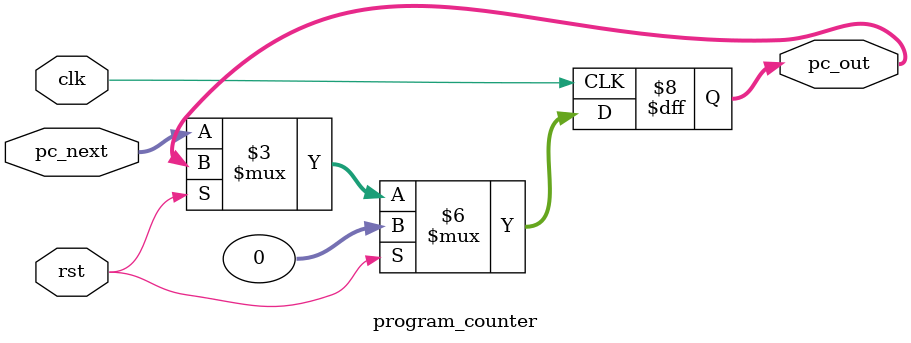
<source format=v>

module program_counter(
    input                   clk,
    input                   rst,
    input       [31:0]      pc_next,
    output reg  [31:0]      pc_out
);

always @(posedge clk)begin
    if(rst) pc_out <= 32'd0;
    else if(~rst) pc_out <= pc_next;
end

endmodule










</source>
